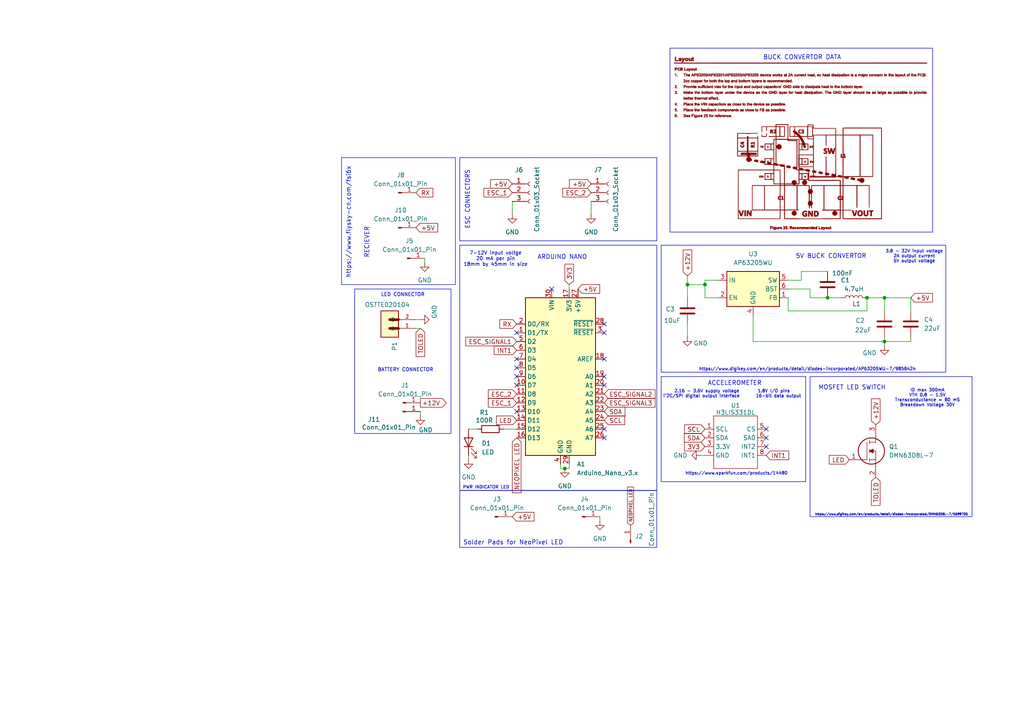
<source format=kicad_sch>
(kicad_sch (version 20250114) (generator "eeschema") (generator_version "9.0")
  (paper "A4")
  (title_block (title "MeltyBrain ") (date "11/17/24") (rev "1") (company "Nathaniel Wheeler"))
  (lib_symbols
    (symbol "Conn_01x01_Pin_1" (pin_names (offset 1.016) (hide yes))
      (property "Reference" "J11" (at -8.382 -2.286 0))
      (property "Value" "Conn_01x01_Pin" (at -4.064 -4.572 0))
      (symbol "Conn_01x01_Pin_1_1_1"
        (pin power_out line (at 5.08 0 180) (length 3.81) (name "Pin_1") (number "1"))
      )
    )
    (symbol "Connector:Conn_01x01_Pin" (pin_names (offset 1.016) (hide yes))
      (property "Reference" "J" (at 0 2.54 0))
      (property "Value" "Conn_01x01_Pin" (at 0 -2.54 0))
      (symbol "Conn_01x01_Pin_1_1"
        (pin passive line (at 5.08 0 180) (length 3.81) (name "Pin_1") (number "1"))
      )
    )
    (symbol "Connector:Conn_01x03_Socket" (pin_names (offset 1.016) (hide yes))
      (property "Reference" "J" (at 0 5.08 0))
      (property "Value" "Conn_01x03_Socket" (at 0 -5.08 0))
      (symbol "Conn_01x03_Socket_1_1"
        (pin passive line (at -5.08 2.54 0) (length 3.81) (name "Pin_1") (number "1"))
        (pin passive line (at -5.08 0 0) (length 3.81) (name "Pin_2") (number "2"))
        (pin passive line (at -5.08 -2.54 0) (length 3.81) (name "Pin_3") (number "3"))
      )
    )
    (symbol "DMN63D8L-7 - lib:DMN63D8L-7" (pin_names (offset 0.762))
      (property "Reference" "Q" (at 11.43 3.81 0))
      (property "Value" "DMN63D8L-7" (at 11.43 1.27 0))
      (symbol "DMN63D8L-7_0_0"
        (pin passive line (at 0 0 0) (length 2.54) (name "~") (number "1"))
        (pin passive line (at 7.62 10.16 270) (length 2.54) (name "~") (number "3"))
        (pin passive line (at 7.62 -5.08 90) (length 2.54) (name "~") (number "2"))
      )
    )
    (symbol "Device:C" (pin_numbers (hide yes)) (pin_names (offset 0.254))
      (property "Reference" "C" (at 0.635 2.54 0))
      (property "Value" "C" (at 0.635 -2.54 0))
      (symbol "C_1_1"
        (pin passive line (at 0 3.81 270) (length 2.794) (name "~") (number "1"))
        (pin passive line (at 0 -3.81 90) (length 2.794) (name "~") (number "2"))
      )
    )
    (symbol "Device:L" (pin_numbers (hide yes)) (pin_names (offset 1.016) (hide yes))
      (property "Reference" "L" (at -1.27 0 90))
      (property "Value" "L" (at 1.905 0 90))
      (symbol "L_1_1"
        (pin passive line (at 0 3.81 270) (length 1.27) (name "1") (number "1"))
        (pin passive line (at 0 -3.81 90) (length 1.27) (name "2") (number "2"))
      )
    )
    (symbol "Device:LED" (pin_numbers (hide yes)) (pin_names (offset 1.016) (hide yes))
      (property "Reference" "D" (at 0 2.54 0))
      (property "Value" "LED" (at 0 -2.54 0))
      (symbol "LED_1_1"
        (pin passive line (at -3.81 0 0) (length 2.54) (name "K") (number "1"))
        (pin passive line (at 3.81 0 180) (length 2.54) (name "A") (number "2"))
      )
    )
    (symbol "Device:R" (pin_numbers (hide yes)) (pin_names (offset 0))
      (property "Reference" "R" (at 2.032 0 90))
      (property "Value" "R" (at 0 0 90))
      (symbol "R_1_1"
        (pin passive line (at 0 3.81 270) (length 1.27) (name "~") (number "1"))
        (pin passive line (at 0 -3.81 90) (length 1.27) (name "~") (number "2"))
      )
    )
    (symbol "MCU_Module:Arduino_Nano_v3.x"
      (property "Reference" "A" (at -10.16 23.495 0))
      (property "Value" "Arduino_Nano_v3.x" (at 5.08 -24.13 0))
      (symbol "Arduino_Nano_v3.x_1_1"
        (pin bidirectional line (at -12.7 15.24 0) (length 2.54) (name "D0/RX") (number "2"))
        (pin bidirectional line (at -12.7 12.7 0) (length 2.54) (name "D1/TX") (number "1"))
        (pin bidirectional line (at -12.7 10.16 0) (length 2.54) (name "D2") (number "5"))
        (pin bidirectional line (at -12.7 7.62 0) (length 2.54) (name "D3") (number "6"))
        (pin bidirectional line (at -12.7 5.08 0) (length 2.54) (name "D4") (number "7"))
        (pin bidirectional line (at -12.7 2.54 0) (length 2.54) (name "D5") (number "8"))
        (pin bidirectional line (at -12.7 0 0) (length 2.54) (name "D6") (number "9"))
        (pin bidirectional line (at -12.7 -2.54 0) (length 2.54) (name "D7") (number "10"))
        (pin bidirectional line (at -12.7 -5.08 0) (length 2.54) (name "D8") (number "11"))
        (pin bidirectional line (at -12.7 -7.62 0) (length 2.54) (name "D9") (number "12"))
        (pin bidirectional line (at -12.7 -10.16 0) (length 2.54) (name "D10") (number "13"))
        (pin bidirectional line (at -12.7 -12.7 0) (length 2.54) (name "D11") (number "14"))
        (pin bidirectional line (at -12.7 -15.24 0) (length 2.54) (name "D12") (number "15"))
        (pin bidirectional line (at -12.7 -17.78 0) (length 2.54) (name "D13") (number "16"))
        (pin power_in line (at -2.54 25.4 270) (length 2.54) (name "VIN") (number "30"))
        (pin power_in line (at 0 -25.4 90) (length 2.54) (name "GND") (number "4"))
        (pin power_out line (at 2.54 25.4 270) (length 2.54) (name "3V3") (number "17"))
        (pin power_in line (at 2.54 -25.4 90) (length 2.54) (name "GND") (number "29"))
        (pin power_out line (at 5.08 25.4 270) (length 2.54) (name "+5V") (number "27"))
        (pin input line (at 12.7 15.24 180) (length 2.54) (name "~{RESET}") (number "28"))
        (pin input line (at 12.7 12.7 180) (length 2.54) (name "~{RESET}") (number "3"))
        (pin input line (at 12.7 5.08 180) (length 2.54) (name "AREF") (number "18"))
        (pin bidirectional line (at 12.7 0 180) (length 2.54) (name "A0") (number "19"))
        (pin bidirectional line (at 12.7 -2.54 180) (length 2.54) (name "A1") (number "20"))
        (pin bidirectional line (at 12.7 -5.08 180) (length 2.54) (name "A2") (number "21"))
        (pin bidirectional line (at 12.7 -7.62 180) (length 2.54) (name "A3") (number "22"))
        (pin bidirectional line (at 12.7 -10.16 180) (length 2.54) (name "A4") (number "23"))
        (pin bidirectional line (at 12.7 -12.7 180) (length 2.54) (name "A5") (number "24"))
        (pin bidirectional line (at 12.7 -15.24 180) (length 2.54) (name "A6") (number "25"))
        (pin bidirectional line (at 12.7 -17.78 180) (length 2.54) (name "A7") (number "26"))
      )
    )
    (symbol "OSTTE020104:OSTTE020104" (pin_names (offset 1.016))
      (property "Reference" "P" (at 0 2.5427 0))
      (property "Value" "OSTTE020104" (at 0 -6.3578 0))
      (symbol "OSTTE020104_0_0"
        (pin passive line (at -5.08 0 0) (length 5.08) (name "1") (number "1"))
        (pin passive line (at -5.08 -2.54 0) (length 5.08) (name "2") (number "2"))
      )
    )
    (symbol "Regulator_Switching:AP63205WU"
      (property "Reference" "U3" (at 0 10.16 0))
      (property "Value" "AP63205WU" (at 0 7.62 0))
      (symbol "AP63205WU_1_1"
        (pin input line (at -10.16 2.54 0) (length 2.54) (name "IN") (number "3"))
        (pin input line (at -10.16 -2.54 0) (length 2.54) (name "EN") (number "2"))
        (pin power_in line (at 0 -7.62 90) (length 2.54) (name "GND") (number "4"))
        (pin output line (at 10.16 2.54 180) (length 2.54) (name "SW") (number "5"))
        (pin passive line (at 10.16 0 180) (length 2.54) (name "BST") (number "6"))
        (pin input line (at 10.16 -2.54 180) (length 2.54) (name "FB") (number "1"))
      )
    )
    (symbol "brainfreeze:H3LIS331DL_"
      (property "Reference" "U1" (at 0 11.43 0))
      (property "Value" "H3LIS331DL" (at 0 8.89 0))
      (symbol "H3LIS331DL__1_1"
        (pin input line (at -8.89 3.81 0) (length 2.54) (name "SCL") (number "1"))
        (pin bidirectional line (at -8.89 1.27 0) (length 2.54) (name "SDA") (number "2"))
        (pin power_in line (at -8.89 -1.27 0) (length 2.54) (name "3.3V") (number "3"))
        (pin power_in line (at -8.89 -3.81 0) (length 2.54) (name "GND") (number "4"))
        (pin input line (at 8.89 3.81 180) (length 2.54) (name "CS") (number "5"))
        (pin input line (at 8.89 1.27 180) (length 2.54) (name "SA0") (number "6"))
        (pin input line (at 8.89 -1.27 180) (length 2.54) (name "INT2") (number "7"))
        (pin input line (at 8.89 -3.81 180) (length 2.54) (name "INT1") (number "8"))
      )
    )
    (symbol "buck:LOGO" (pin_names (offset 1.016)))
    (symbol "power:GND" (power) (pin_numbers (hide yes)) (pin_names (offset 0) (hide yes))
      (property "Value" "GND" (at 0 -3.81 0))
      (symbol "GND_1_1"
        (pin power_in line (at 0 0 270) (length 0) (name "~") (number "1"))
      )
    )
  )
  (rectangle (start 234.95 109.22) (end 281.94 149.86))
  (rectangle (start 99.06 45.72) (end 132.08 82.55))
  (rectangle (start 102.87 83.82) (end 130.81 125.73))
  (rectangle (start 191.77 109.22) (end 233.68 139.7))
  (rectangle (start 133.35 45.72) (end 190.5 69.85))
  (rectangle (start 194.31 13.97) (end 270.51 67.31))
  (rectangle (start 191.77 71.12) (end 274.32 107.95))
  (rectangle (start 133.35 142.24) (end 190.5 158.75))
  (rectangle (start 133.35 71.12) (end 190.5 142.24))
  (text "LED CONNECTOR\n" (at 116.84 85.598 0) (effects (font (size 1.016 1.016))))
  (text "ESC CONNECTORS\n" (at 135.636 57.912 90) (effects (font (size 1.27 1.27))))
  (text "BUCK CONVERTOR DATA\n" (at 232.664 16.764 0) (effects (font (size 1.27 1.27))))
  (text "ACCELEROMETER\n" (at 213.106 111.252 0) (effects (font (size 1.27 1.27))))
  (text "RECIEVER\n" (at 106.426 70.358 90) (effects (font (size 1.27 1.27))))
  (text "ID max 300mA\nVTH 0.8 - 1.5V\nTransconductance = 80 mS\nBreakdown Voltage 30V\n\n\n\n" (at 268.986 117.602 0) (effects (font (size 0.889 0.889))))
  (text "MOSFET LED SWITCH\n" (at 247.142 112.522 0) (effects (font (size 1.27 1.27))))
  (text "https://www.digikey.com/en/products/detail/diodes-incorporated/AP63205WU-7/9858424" (at 234.188 107.188 0) (effects (font (size 0.889 0.889))))
  (text "https://www.flysky-cn.com/fsi6x" (at 101.092 64.516 90) (effects (font (size 1.27 1.27))))
  (text "3.8 - 32V input voltage\n2A output current\n5V output voltage\n" (at 265.176 74.422 0) (effects (font (size 0.889 0.889))))
  (text "Solder Pads for NeoPixel LED\n\n" (at 148.844 158.496 0) (effects (font (size 1.27 1.27))))
  (text "PWR INDICATOR LED" (at 140.97 141.478 0) (effects (font (size 0.889 0.889))))
  (text "7-12V input voltge\n20 mA per pin\n18mm by 45mm in size" (at 143.764 75.184 0) (effects (font (size 1.016 1.016))))
  (text "https://www.sparkfun.com/products/14480" (at 213.614 137.414 0) (effects (font (size 0.889 0.889))))
  (text "BATTERY CONNECTOR\n\n" (at 117.602 108.204 0) (effects (font (size 1.016 1.016))))
  (text "5V BUCK CONVERTOR\n" (at 241.046 74.422 0) (effects (font (size 1.27 1.27))))
  (text "ARDUINO NANO\n\n" (at 163.068 75.692 0) (effects (font (size 1.27 1.27))))
  (text "https://www.digikey.com/en/products/detail/diodes-incorporated/DMN63D8L-7/5699705\n" (at 258.572 149.352 0) (effects (font (size 0.635 0.635))))
  (text "2.16 - 3.6V supply voltage        1.8V I/O pins\nI^2C/SPI digital output interface       16-bit data output\n" (at 212.344 114.3 0) (effects (font (size 0.889 0.889))))
  (junction (at 256.54 86.36))
  (junction (at 163.83 135.89))
  (junction (at 251.46 86.36))
  (junction (at 199.39 82.55))
  (junction (at 204.47 82.55))
  (junction (at 256.54 99.06))
  (junction (at 240.03 86.36))
  (no_connect (at 175.26 96.52))
  (no_connect (at 175.26 124.46))
  (no_connect (at 222.25 124.46))
  (no_connect (at 149.86 106.68))
  (no_connect (at 149.86 119.38))
  (no_connect (at 149.86 109.22))
  (no_connect (at 175.26 127))
  (no_connect (at 160.02 83.82))
  (no_connect (at 149.86 104.14))
  (no_connect (at 222.25 127))
  (no_connect (at 149.86 111.76))
  (no_connect (at 175.26 104.14))
  (no_connect (at 222.25 129.54))
  (no_connect (at 175.26 93.98))
  (no_connect (at 175.26 109.22))
  (no_connect (at 175.26 111.76))
  (no_connect (at 149.86 96.52))
  (wire (pts (xy 199.39 93.98) (xy 199.39 97.79)))
  (wire (pts (xy 256.54 86.36) (xy 264.16 86.36)))
  (wire (pts (xy 162.56 134.62) (xy 162.56 135.89)))
  (wire (pts (xy 234.95 86.36) (xy 240.03 86.36)))
  (wire (pts (xy 251.46 90.17) (xy 228.6 90.17)))
  (wire (pts (xy 199.39 86.36) (xy 199.39 82.55)))
  (wire (pts (xy 256.54 99.06) (xy 218.44 99.06)))
  (wire (pts (xy 121.92 120.65) (xy 121.92 119.38)))
  (wire (pts (xy 120.65 95.25) (xy 121.92 95.25)))
  (wire (pts (xy 204.47 82.55) (xy 204.47 81.28)))
  (wire (pts (xy 228.6 83.82) (xy 234.95 83.82)))
  (wire (pts (xy 199.39 80.01) (xy 199.39 82.55)))
  (wire (pts (xy 146.05 124.46) (xy 149.86 124.46)))
  (wire (pts (xy 234.95 83.82) (xy 234.95 86.36)))
  (wire (pts (xy 232.41 81.28) (xy 232.41 78.74)))
  (wire (pts (xy 203.2 132.08) (xy 204.47 132.08)))
  (wire (pts (xy 204.47 81.28) (xy 208.28 81.28)))
  (wire (pts (xy 264.16 99.06) (xy 256.54 99.06)))
  (wire (pts (xy 218.44 99.06) (xy 218.44 91.44)))
  (wire (pts (xy 264.16 97.79) (xy 264.16 99.06)))
  (wire (pts (xy 199.39 82.55) (xy 204.47 82.55)))
  (wire (pts (xy 228.6 90.17) (xy 228.6 86.36)))
  (wire (pts (xy 165.1 82.55) (xy 165.1 83.82)))
  (wire (pts (xy 135.89 132.08) (xy 135.89 133.35)))
  (wire (pts (xy 251.46 86.36) (xy 256.54 86.36)))
  (wire (pts (xy 165.1 135.89) (xy 163.83 135.89)))
  (wire (pts (xy 171.45 58.42) (xy 171.45 62.23)))
  (wire (pts (xy 208.28 86.36) (xy 204.47 86.36)))
  (wire (pts (xy 256.54 99.06) (xy 256.54 97.79)))
  (wire (pts (xy 148.59 58.42) (xy 148.59 62.23)))
  (wire (pts (xy 173.99 149.86) (xy 173.99 151.13)))
  (wire (pts (xy 228.6 81.28) (xy 232.41 81.28)))
  (wire (pts (xy 240.03 86.36) (xy 243.84 86.36)))
  (wire (pts (xy 123.19 74.93) (xy 123.19 76.2)))
  (wire (pts (xy 264.16 90.17) (xy 264.16 86.36)))
  (wire (pts (xy 165.1 134.62) (xy 165.1 135.89)))
  (wire (pts (xy 135.89 124.46) (xy 138.43 124.46)))
  (wire (pts (xy 251.46 86.36) (xy 251.46 90.17)))
  (wire (pts (xy 204.47 86.36) (xy 204.47 82.55)))
  (wire (pts (xy 232.41 78.74) (xy 240.03 78.74)))
  (wire (pts (xy 120.65 92.71) (xy 121.92 92.71)))
  (wire (pts (xy 162.56 135.89) (xy 163.83 135.89)))
  (wire (pts (xy 256.54 100.33) (xy 256.54 99.06)))
  (wire (pts (xy 256.54 86.36) (xy 256.54 90.17)))
  (global_label "SCL" (shape input) (at 175.26 121.92 0) (property "Intersheetrefs" "${INTERSHEET_REFS}" (effects (hide yes))))
  (global_label "+5V" (shape input) (at 264.16 86.36 0) (property "Intersheetrefs" "${INTERSHEET_REFS}" (effects (hide yes))))
  (global_label "+12V" (shape input) (at 254 123.19 90) (property "Intersheetrefs" "${INTERSHEET_REFS}" (effects (hide yes))))
  (global_label "ESC_1" (shape input) (at 148.59 55.88 180) (property "Intersheetrefs" "${INTERSHEET_REFS}" (effects (hide yes))))
  (global_label "+5V" (shape input) (at 148.59 149.86 0) (property "Intersheetrefs" "${INTERSHEET_REFS}" (effects (hide yes))))
  (global_label "ESC_SIGNAL1" (shape input) (at 149.86 99.06 180) (property "Intersheetrefs" "${INTERSHEET_REFS}" (effects (hide yes))))
  (global_label "3V3" (shape input) (at 204.47 129.54 180) (property "Intersheetrefs" "${INTERSHEET_REFS}" (effects (hide yes))))
  (global_label "ESC_1" (shape input) (at 149.86 116.84 180) (property "Intersheetrefs" "${INTERSHEET_REFS}" (effects (hide yes))))
  (global_label "RX" (shape input) (at 149.86 93.98 180) (property "Intersheetrefs" "${INTERSHEET_REFS}" (effects (hide yes))))
  (global_label "ESC_2" (shape input) (at 171.45 55.88 180) (property "Intersheetrefs" "${INTERSHEET_REFS}" (effects (hide yes))))
  (global_label "+5V" (shape input) (at 148.59 53.34 180) (property "Intersheetrefs" "${INTERSHEET_REFS}" (effects (hide yes))))
  (global_label "+12V" (shape output) (at 121.92 116.84 0) (property "Intersheetrefs" "${INTERSHEET_REFS}" (effects (hide yes))))
  (global_label "LED" (shape input) (at 149.86 121.92 180) (property "Intersheetrefs" "${INTERSHEET_REFS}" (effects (hide yes))))
  (global_label "+5V" (shape input) (at 171.45 53.34 180) (property "Intersheetrefs" "${INTERSHEET_REFS}" (effects (hide yes))))
  (global_label "RX" (shape input) (at 120.65 55.88 0) (property "Intersheetrefs" "${INTERSHEET_REFS}" (effects (hide yes))))
  (global_label "NEOPIXEL LED" (shape input) (at 149.86 127 270) (property "Intersheetrefs" "${INTERSHEET_REFS}" (effects (hide yes))))
  (global_label "3V3" (shape input) (at 165.1 82.55 90) (property "Intersheetrefs" "${INTERSHEET_REFS}" (effects (hide yes))))
  (global_label "INT1" (shape input) (at 149.86 101.6 180) (property "Intersheetrefs" "${INTERSHEET_REFS}" (effects (hide yes))))
  (global_label "SDA" (shape input) (at 175.26 119.38 0) (property "Intersheetrefs" "${INTERSHEET_REFS}" (effects (hide yes))))
  (global_label "ESC_SIGNAL3" (shape input) (at 175.26 116.84 0) (property "Intersheetrefs" "${INTERSHEET_REFS}" (effects (hide yes))))
  (global_label "+5V" (shape input) (at 120.65 66.04 0) (property "Intersheetrefs" "${INTERSHEET_REFS}" (effects (hide yes))))
  (global_label "+5V" (shape input) (at 167.64 83.82 0) (property "Intersheetrefs" "${INTERSHEET_REFS}" (effects (hide yes))))
  (global_label "TOLED" (shape input) (at 254 138.43 270) (property "Intersheetrefs" "${INTERSHEET_REFS}" (effects (hide yes))))
  (global_label "SDA" (shape input) (at 204.47 127 180) (property "Intersheetrefs" "${INTERSHEET_REFS}" (effects (hide yes))))
  (global_label "+12V" (shape input) (at 199.39 80.01 90) (property "Intersheetrefs" "${INTERSHEET_REFS}" (effects (hide yes))))
  (global_label "TOLED" (shape input) (at 121.92 95.25 270) (property "Intersheetrefs" "${INTERSHEET_REFS}" (effects (hide yes))))
  (global_label "ESC_2" (shape input) (at 149.86 114.3 180) (property "Intersheetrefs" "${INTERSHEET_REFS}" (effects (hide yes))))
  (global_label "INT1" (shape input) (at 222.25 132.08 0) (property "Intersheetrefs" "${INTERSHEET_REFS}" (effects (hide yes))))
  (global_label "ESC_SIGNAL2" (shape input) (at 175.26 114.3 0) (property "Intersheetrefs" "${INTERSHEET_REFS}" (effects (hide yes))))
  (global_label "NEOPIXEL LED" (shape input) (at 182.88 152.4 90) (effects (font (size 0.889 0.889))) (property "Intersheetrefs" "${INTERSHEET_REFS}" (effects (hide yes))))
  (global_label "LED" (shape input) (at 246.38 133.35 180) (property "Intersheetrefs" "${INTERSHEET_REFS}" (effects (hide yes))))
  (global_label "SCL" (shape input) (at 204.47 124.46 180) (property "Intersheetrefs" "${INTERSHEET_REFS}" (effects (hide yes))))
  (symbol (lib_id "Regulator_Switching:AP63205WU") (at 218.44 83.82 0) (unit 1)
    (property "Reference" "U3" (at 218.44 73.66 0))
    (property "Value" "AP63205WU" (at 218.44 76.2 0))
    (property "Footprint" "Package_TO_SOT_SMD:TSOT-23-6" (effects (hide yes)))
    (property "Datasheet" "https://www.diodes.com/assets/Datasheets/AP63200-AP63201-AP63203-AP63205.pdf" (effects (hide yes)))
    (property "Description" "2A, 1.1MHz Buck DC/DC Converter, fixed 5.0V output voltage, TSOT-23-6" (effects (hide yes)))
  )
  (symbol (lib_id "power:GND") (at 121.92 120.65 0) (unit 1)
    (property "Reference" "#PWR01" (effects (hide yes)))
    (property "Value" "GND" (at 123.444 124.714 0))
    (property "Description" "Power symbol creates a global label with name \"GND\" , ground" (effects (hide yes)))
  )
  (symbol (lib_id "power:GND") (at 203.2 132.08 270) (unit 1)
    (property "Reference" "#PWR05" (effects (hide yes)))
    (property "Value" "GND" (at 199.39 132.0799 90) (effects (justify right)))
    (property "Description" "Power symbol creates a global label with name \"GND\" , ground" (effects (hide yes)))
  )
  (symbol (lib_id "power:GND") (at 199.39 97.79 0) (unit 1)
    (property "Reference" "#PWR07" (effects (hide yes)))
    (property "Value" "GND" (at 203.2 99.568 0))
    (property "Description" "Power symbol creates a global label with name \"GND\" , ground" (effects (hide yes)))
  )
  (symbol (lib_id "Connector:Conn_01x03_Socket") (at 176.53 55.88 0) (unit 1)
    (property "Reference" "J7" (at 172.212 49.276 0) (effects (justify left)))
    (property "Value" "Conn_01x03_Socket" (at 178.562 67.31 90) (effects (justify left)))
    (property "Footprint" "brainfreeze:ESC CON" (effects (hide yes)))
    (property "Description" "Generic connector, single row, 01x03, script generated" (effects (hide yes)))
  )
  (symbol (lib_id "MCU_Module:Arduino_Nano_v3.x") (at 162.56 109.22 0) (unit 1)
    (property "Reference" "A1" (at 167.2941 134.62 0) (effects (justify left)))
    (property "Value" "Arduino_Nano_v3.x" (at 167.2941 137.16 0) (effects (justify left)))
    (property "Footprint" "brainfreeze:NANO_FIT" (effects (hide yes)))
    (property "Datasheet" "http://www.mouser.com/pdfdocs/Gravitech_Arduino_Nano3_0.pdf" (effects (hide yes)))
    (property "Description" "Arduino Nano v3.x" (effects (hide yes)))
  )
  (symbol (lib_id "power:GND") (at 121.92 92.71 90) (unit 1)
    (property "Reference" "#PWR04" (effects (hide yes)))
    (property "Value" "GND" (at 125.984 90.424 0))
    (property "Description" "Power symbol creates a global label with name \"GND\" , ground" (effects (hide yes)))
  )
  (symbol (lib_id "Device:C") (at 264.16 93.98 0) (unit 1)
    (property "Reference" "C4" (at 267.97 92.7099 0) (effects (justify left)))
    (property "Value" "22uF" (at 267.97 95.2499 0) (effects (justify left)))
    (property "Footprint" "Capacitor_SMD:C_1206_3216Metric" (effects (hide yes)))
    (property "Description" "Unpolarized capacitor" (effects (hide yes)))
  )
  (symbol (lib_id "power:GND") (at 171.45 62.23 0) (unit 1)
    (property "Reference" "#PWR011" (effects (hide yes)))
    (property "Value" "GND" (at 171.45 67.31 0))
    (property "Description" "Power symbol creates a global label with name \"GND\" , ground" (effects (hide yes)))
  )
  (symbol (lib_name "Conn_01x01_Pin_1") (lib_id "Connector:Conn_01x01_Pin") (at 116.84 119.38 0) (unit 1)
    (property "Reference" "J11" (at 108.458 121.666 0))
    (property "Value" "Conn_01x01_Pin" (at 112.776 123.952 0))
    (property "Footprint" "Connector_Wire:SolderWire-1sqmm_1x01_D1.4mm_OD2.7mm" (effects (hide yes)))
    (property "Description" "Generic connector, single row, 01x01, script generated" (effects (hide yes)))
  )
  (symbol (lib_id "power:GND") (at 148.59 62.23 0) (unit 1)
    (property "Reference" "#PWR010" (effects (hide yes)))
    (property "Value" "GND" (at 148.59 67.31 0))
    (property "Description" "Power symbol creates a global label with name \"GND\" , ground" (effects (hide yes)))
  )
  (symbol (lib_id "Connector:Conn_01x01_Pin") (at 115.57 66.04 0) (unit 1)
    (property "Reference" "J10" (at 116.205 60.96 0))
    (property "Value" "Conn_01x01_Pin" (at 116.205 63.5 0))
    (property "Footprint" "Connector_Wire:SolderWire-1sqmm_1x01_D1.4mm_OD2.7mm" (effects (hide yes)))
    (property "Description" "Generic connector, single row, 01x01, script generated" (effects (hide yes)))
  )
  (symbol (lib_id "Device:C") (at 256.54 93.98 0) (unit 1)
    (property "Reference" "C2" (at 248.158 92.964 0) (effects (justify left)))
    (property "Value" "22uF" (at 247.904 95.758 0) (effects (justify left)))
    (property "Footprint" "Capacitor_SMD:C_1206_3216Metric" (effects (hide yes)))
    (property "Description" "Unpolarized capacitor" (effects (hide yes)))
  )
  (symbol (lib_id "Connector:Conn_01x01_Pin") (at 168.91 149.86 0) (unit 1)
    (property "Reference" "J4" (at 169.545 144.78 0))
    (property "Value" "Conn_01x01_Pin" (at 169.545 147.32 0))
    (property "Footprint" "Connector_Wire:SolderWire-1sqmm_1x01_D1.4mm_OD2.7mm" (effects (hide yes)))
    (property "Description" "Generic connector, single row, 01x01, script generated" (effects (hide yes)))
  )
  (symbol (lib_id "DMN63D8L-7 - lib:DMN63D8L-7") (at 246.38 133.35 0) (unit 1)
    (property "Reference" "Q1" (at 257.81 129.5399 0) (effects (justify left)))
    (property "Value" "DMN63D8L-7" (at 257.81 132.0799 0) (effects (justify left)))
    (property "Footprint" "brainfreeze:MOSFET" (effects (hide yes)))
    (property "Datasheet" "https://www.diodes.com//assets/Datasheets/DMN63D8L.pdf" (effects (hide yes)))
    (property "Description" "Low On-Resistance  Low Input Capacitance  Fast Switching Speed  Low Input/Output Leakage  ESD Protected Gate  Totally Lead-Free & Fully RoHS Compliant (Notes 1 & 2)  Halogen and Antimony Free. Green Device (Note 3)  Qualified to AEC-Q101 Standards for High Reliability" (effects (hide yes)))
    (property "Description_1" " Low On-Resistance  Low Input Capacitance  Fast Switching Speed  Low Input/Output Leakage  ESD Protected Gate  Totally Lead-Free & Fully RoHS Compliant (Notes 1 & 2)  Halogen and Antimony Free. Green Device (Note 3)  Qualified to AEC-Q101 Standards for High Reliability" (effects (hide yes)))
    (property "Height" "1.1" (effects (hide yes)))
    (property "Mouser Part Number" "621-DMN63D8L-7" (effects (hide yes)))
    (property "Mouser Price/Stock" "https://www.mouser.co.uk/ProductDetail/Diodes-Incorporated/DMN63D8L-7?qs=d6FSPxoZCrGOEU7aEm7SGw%3D%3D" (effects (hide yes)))
    (property "Manufacturer_Name" "Diodes Incorporated" (effects (hide yes)))
    (property "Manufacturer_Part_Number" "DMN63D8L-7" (effects (hide yes)))
  )
  (symbol (lib_id "Device:R") (at 142.24 124.46 90) (unit 1)
    (property "Reference" "R1" (at 140.462 119.634 90))
    (property "Value" "100R" (at 140.462 121.92 90))
    (property "Footprint" "Resistor_SMD:R_0603_1608Metric" (effects (hide yes)))
    (property "Description" "Resistor" (effects (hide yes)))
  )
  (symbol (lib_id "Connector:Conn_01x01_Pin") (at 182.88 157.48 90) (unit 1)
    (property "Reference" "J2" (at 184.15 155.5749 90) (effects (justify right)))
    (property "Value" "Conn_01x01_Pin" (at 188.976 142.748 0) (effects (justify right)))
    (property "Footprint" "Connector_Wire:SolderWire-0.5sqmm_1x01_D0.9mm_OD2.1mm" (effects (hide yes)))
    (property "Description" "Generic connector, single row, 01x01, script generated" (effects (hide yes)))
  )
  (symbol (lib_id "Connector:Conn_01x03_Socket") (at 153.67 55.88 0) (unit 1)
    (property "Reference" "J6" (at 149.352 49.276 0) (effects (justify left)))
    (property "Value" "Conn_01x03_Socket" (at 155.702 67.31 90) (effects (justify left)))
    (property "Footprint" "brainfreeze:ESC CON" (effects (hide yes)))
    (property "Description" "Generic connector, single row, 01x03, script generated" (effects (hide yes)))
  )
  (symbol (lib_id "Connector:Conn_01x01_Pin") (at 115.57 55.88 0) (unit 1)
    (property "Reference" "J8" (at 116.205 50.8 0))
    (property "Value" "Conn_01x01_Pin" (at 116.205 53.34 0))
    (property "Footprint" "Connector_Wire:SolderWire-0.5sqmm_1x01_D0.9mm_OD2.1mm" (effects (hide yes)))
    (property "Description" "Generic connector, single row, 01x01, script generated" (effects (hide yes)))
  )
  (symbol (lib_id "Device:C") (at 240.03 82.55 180) (unit 1)
    (property "Reference" "C1" (at 243.84 81.2799 0) (effects (justify right)))
    (property "Value" "100nF" (at 241.3 79.248 0) (effects (justify right)))
    (property "Footprint" "Capacitor_SMD:C_0402_1005Metric" (effects (hide yes)))
    (property "Description" "Unpolarized capacitor" (effects (hide yes)))
  )
  (symbol (lib_id "power:GND") (at 135.89 133.35 0) (unit 1)
    (property "Reference" "#PWR03" (effects (hide yes)))
    (property "Value" "GND" (at 135.89 138.43 0))
    (property "Description" "Power symbol creates a global label with name \"GND\" , ground" (effects (hide yes)))
  )
  (symbol (lib_id "Device:L") (at 247.65 86.36 90) (unit 1)
    (property "Reference" "L1" (at 248.412 88.138 90))
    (property "Value" "4.7uH" (at 247.65 83.82 90))
    (property "Footprint" "Inductor_SMD:L_1210_3225Metric" (effects (hide yes)))
    (property "Description" "Inductor" (effects (hide yes)))
  )
  (symbol (lib_id "buck:LOGO") (at 232.41 41.91 0) (unit 1)
    (property "Reference" "#G1" (effects (hide yes)))
    (property "Value" "LOGO" (effects (hide yes)))
  )
  (symbol (lib_id "brainfreeze:H3LIS331DL_") (at 213.36 128.27 0) (unit 1)
    (property "Reference" "U1" (at 213.36 117.602 0))
    (property "Value" "H3LIS331DL" (at 213.36 119.634 0))
    (property "Footprint" "brainfreeze:Accelerometer" (effects (hide yes)))
  )
  (symbol (lib_id "Device:C") (at 199.39 90.17 0) (unit 1)
    (property "Reference" "C3" (at 193.04 89.662 0) (effects (justify left)))
    (property "Value" "10uF" (at 192.532 92.964 0) (effects (justify left)))
    (property "Footprint" "Capacitor_SMD:C_0805_2012Metric" (effects (hide yes)))
    (property "Description" "Unpolarized capacitor" (effects (hide yes)))
  )
  (symbol (lib_id "power:GND") (at 163.83 135.89 0) (unit 1)
    (property "Reference" "#PWR02" (effects (hide yes)))
    (property "Value" "GND" (at 163.83 140.97 0))
    (property "Description" "Power symbol creates a global label with name \"GND\" , ground" (effects (hide yes)))
  )
  (symbol (lib_id "OSTTE020104:OSTTE020104") (at 115.57 95.25 180) (unit 1)
    (property "Reference" "P1" (at 114.4271 99.06 90) (effects (justify left)))
    (property "Value" "OSTTE020104" (at 118.872 88.392 0) (effects (justify left)))
    (property "Footprint" "brainfreeze:OST_OSTTE020104" (effects (hide yes)))
    (property "MANUFACTURER" "On Shore Technology Inc." (effects (hide yes)))
  )
  (symbol (lib_id "power:GND") (at 173.99 151.13 0) (unit 1)
    (property "Reference" "#PWR08" (effects (hide yes)))
    (property "Value" "GND" (at 173.99 156.21 0))
    (property "Description" "Power symbol creates a global label with name \"GND\" , ground" (effects (hide yes)))
  )
  (symbol (lib_id "power:GND") (at 123.19 76.2 0) (unit 1)
    (property "Reference" "#PWR09" (effects (hide yes)))
    (property "Value" "GND" (at 123.19 81.28 0))
    (property "Description" "Power symbol creates a global label with name \"GND\" , ground" (effects (hide yes)))
  )
  (symbol (lib_id "power:GND") (at 256.54 100.33 0) (unit 1)
    (property "Reference" "#PWR06" (effects (hide yes)))
    (property "Value" "GND" (at 252.222 102.362 0))
    (property "Description" "Power symbol creates a global label with name \"GND\" , ground" (effects (hide yes)))
  )
  (symbol (lib_id "Device:LED") (at 135.89 128.27 90) (unit 1)
    (property "Reference" "D1" (at 139.7 128.5874 90) (effects (justify right)))
    (property "Value" "LED" (at 139.7 131.1274 90) (effects (justify right)))
    (property "Footprint" "LED_SMD:LED_0603_1608Metric" (effects (hide yes)))
    (property "Description" "Light emitting diode" (effects (hide yes)))
  )
  (symbol (lib_id "Connector:Conn_01x01_Pin") (at 143.51 149.86 0) (unit 1)
    (property "Reference" "J3" (at 144.145 144.78 0))
    (property "Value" "Conn_01x01_Pin" (at 144.145 147.32 0))
    (property "Footprint" "Connector_Wire:SolderWire-1sqmm_1x01_D1.4mm_OD2.7mm" (effects (hide yes)))
    (property "Description" "Generic connector, single row, 01x01, script generated" (effects (hide yes)))
  )
  (symbol (lib_id "Connector:Conn_01x01_Pin") (at 118.11 74.93 0) (unit 1)
    (property "Reference" "J5" (at 118.745 69.85 0))
    (property "Value" "Conn_01x01_Pin" (at 118.745 72.39 0))
    (property "Footprint" "Connector_Wire:SolderWire-1sqmm_1x01_D1.4mm_OD2.7mm" (effects (hide yes)))
    (property "Description" "Generic connector, single row, 01x01, script generated" (effects (hide yes)))
  )
  (symbol (lib_id "Connector:Conn_01x01_Pin") (at 116.84 116.84 0) (unit 1)
    (property "Reference" "J1" (at 117.475 111.76 0))
    (property "Value" "Conn_01x01_Pin" (at 117.475 114.3 0))
    (property "Footprint" "Connector_Wire:SolderWire-1sqmm_1x01_D1.4mm_OD2.7mm" (effects (hide yes)))
    (property "Description" "Generic connector, single row, 01x01, script generated" (effects (hide yes)))
  )
)
</source>
